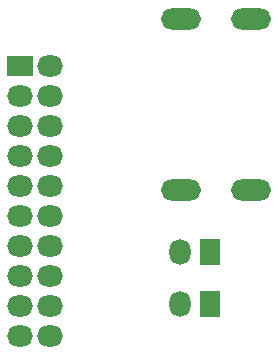
<source format=gts>
G04*
G04 #@! TF.GenerationSoftware,Altium Limited,Altium Designer,23.3.1 (30)*
G04*
G04 Layer_Color=8388736*
%FSLAX44Y44*%
%MOMM*%
G71*
G04*
G04 #@! TF.SameCoordinates,C5E1189D-41B8-4AFE-B9F0-E66C201BB24E*
G04*
G04*
G04 #@! TF.FilePolarity,Negative*
G04*
G01*
G75*
%ADD12O,3.4032X1.8032*%
%ADD13O,1.8032X2.2032*%
%ADD14R,1.8032X2.2032*%
%ADD15R,2.2032X1.8032*%
%ADD16O,2.2032X1.8032*%
D12*
X1012600Y509500D02*
D03*
Y654500D02*
D03*
X953000Y509500D02*
D03*
Y654500D02*
D03*
D13*
X952300Y413000D02*
D03*
D03*
Y457000D02*
D03*
D03*
D14*
X977700Y413000D02*
D03*
D03*
Y457000D02*
D03*
D03*
D15*
X816610Y614680D02*
D03*
D16*
Y589280D02*
D03*
Y563880D02*
D03*
Y538480D02*
D03*
Y513080D02*
D03*
Y487680D02*
D03*
Y462280D02*
D03*
Y436880D02*
D03*
Y411480D02*
D03*
Y386080D02*
D03*
X842010Y614680D02*
D03*
Y589280D02*
D03*
Y563880D02*
D03*
Y538480D02*
D03*
Y513080D02*
D03*
Y487680D02*
D03*
Y462280D02*
D03*
Y436880D02*
D03*
Y411480D02*
D03*
Y386080D02*
D03*
M02*

</source>
